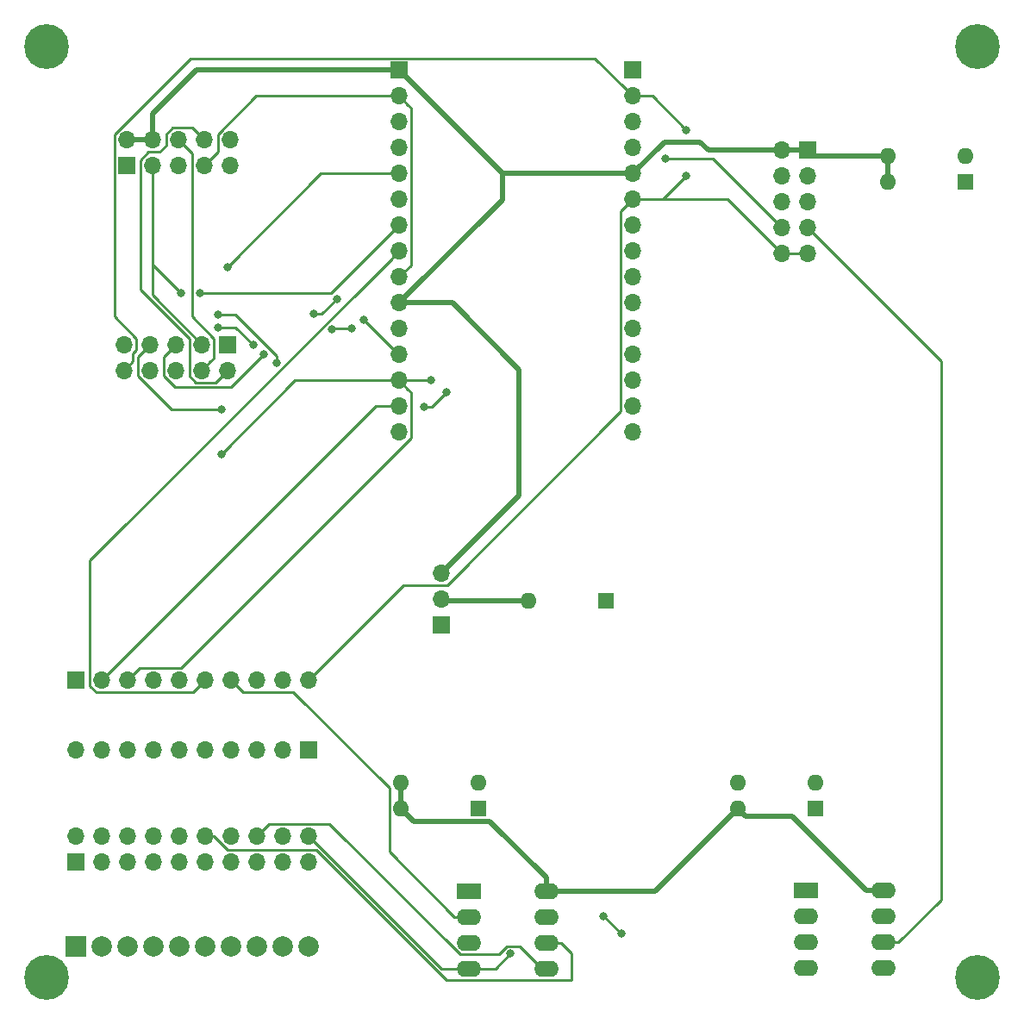
<source format=gbr>
G04 #@! TF.GenerationSoftware,KiCad,Pcbnew,(5.1.5)-3*
G04 #@! TF.CreationDate,2020-07-27T13:18:42+03:00*
G04 #@! TF.ProjectId,BurtleinaBoard,42757274-6c65-4696-9e61-426f6172642e,0.1*
G04 #@! TF.SameCoordinates,Original*
G04 #@! TF.FileFunction,Copper,L2,Bot*
G04 #@! TF.FilePolarity,Positive*
%FSLAX46Y46*%
G04 Gerber Fmt 4.6, Leading zero omitted, Abs format (unit mm)*
G04 Created by KiCad (PCBNEW (5.1.5)-3) date 2020-07-27 13:18:42*
%MOMM*%
%LPD*%
G04 APERTURE LIST*
%ADD10O,1.700000X1.700000*%
%ADD11R,1.700000X1.700000*%
%ADD12C,4.400000*%
%ADD13C,0.700000*%
%ADD14O,1.600000X1.600000*%
%ADD15R,1.600000X1.600000*%
%ADD16O,2.400000X1.600000*%
%ADD17R,2.400000X1.600000*%
%ADD18R,2.000000X2.000000*%
%ADD19C,2.000000*%
%ADD20C,0.800000*%
%ADD21C,0.250000*%
%ADD22C,0.500000*%
G04 APERTURE END LIST*
D10*
X104910000Y-65090000D03*
X104910000Y-62550000D03*
X107450000Y-65090000D03*
X107450000Y-62550000D03*
X109990000Y-65090000D03*
X109990000Y-62550000D03*
X112530000Y-65090000D03*
X112530000Y-62550000D03*
X115070000Y-65090000D03*
D11*
X115070000Y-62550000D03*
D10*
X115290000Y-42450000D03*
X115290000Y-44990000D03*
X112750000Y-42450000D03*
X112750000Y-44990000D03*
X110210000Y-42450000D03*
X110210000Y-44990000D03*
X107670000Y-42450000D03*
X107670000Y-44990000D03*
X105130000Y-42450000D03*
D11*
X105130000Y-44990000D03*
D12*
X97300000Y-124700000D03*
D13*
X97300000Y-123050000D03*
X98466726Y-123533274D03*
X98950000Y-124700000D03*
X98466726Y-125866726D03*
X97300000Y-126350000D03*
X96133274Y-125866726D03*
X95650000Y-124700000D03*
X96133274Y-123533274D03*
D12*
X188700000Y-124700000D03*
D13*
X187050000Y-124700000D03*
X187533274Y-123533274D03*
X188700000Y-123050000D03*
X189866726Y-123533274D03*
X190350000Y-124700000D03*
X189866726Y-125866726D03*
X188700000Y-126350000D03*
X187533274Y-125866726D03*
D12*
X188700000Y-33300000D03*
D13*
X188700000Y-34950000D03*
X187533274Y-34466726D03*
X187050000Y-33300000D03*
X187533274Y-32133274D03*
X188700000Y-31650000D03*
X189866726Y-32133274D03*
X190350000Y-33300000D03*
X189866726Y-34466726D03*
X98466726Y-32133274D03*
X97300000Y-31650000D03*
X96133274Y-32133274D03*
X95650000Y-33300000D03*
X96133274Y-34466726D03*
X97300000Y-34950000D03*
X98466726Y-34466726D03*
X98950000Y-33300000D03*
D12*
X97300000Y-33300000D03*
D14*
X144630000Y-87710000D03*
D15*
X152250000Y-87710000D03*
D14*
X132060000Y-108110000D03*
X139680000Y-105570000D03*
X132060000Y-105570000D03*
D15*
X139680000Y-108110000D03*
D14*
X165160000Y-108110000D03*
X172780000Y-105570000D03*
X165160000Y-105570000D03*
D15*
X172780000Y-108110000D03*
D14*
X179880000Y-46600000D03*
X187500000Y-44060000D03*
X179880000Y-44060000D03*
D15*
X187500000Y-46600000D03*
D11*
X136060000Y-90090000D03*
D10*
X136060000Y-87550000D03*
X136060000Y-85010000D03*
D11*
X172040000Y-43460000D03*
D10*
X169500000Y-43460000D03*
X172040000Y-46000000D03*
X169500000Y-46000000D03*
X172040000Y-48540000D03*
X169500000Y-48540000D03*
X172040000Y-51080000D03*
X169500000Y-51080000D03*
X172040000Y-53620000D03*
X169500000Y-53620000D03*
D16*
X179500000Y-116210000D03*
X171880000Y-123830000D03*
X179500000Y-118750000D03*
X171880000Y-121290000D03*
X179500000Y-121290000D03*
X171880000Y-118750000D03*
X179500000Y-123830000D03*
D17*
X171880000Y-116210000D03*
D10*
X100170000Y-102400000D03*
X102710000Y-102400000D03*
X105250000Y-102400000D03*
X107790000Y-102400000D03*
X110330000Y-102400000D03*
X112870000Y-102400000D03*
X115410000Y-102400000D03*
X117950000Y-102400000D03*
X120490000Y-102400000D03*
D11*
X123030000Y-102400000D03*
D10*
X123030000Y-110800000D03*
X123030000Y-113340000D03*
X120490000Y-110800000D03*
X120490000Y-113340000D03*
X117950000Y-110800000D03*
X117950000Y-113340000D03*
X115410000Y-110800000D03*
X115410000Y-113340000D03*
X112870000Y-110800000D03*
X112870000Y-113340000D03*
X110330000Y-110800000D03*
X110330000Y-113340000D03*
X107790000Y-110800000D03*
X107790000Y-113340000D03*
X105250000Y-110800000D03*
X105250000Y-113340000D03*
X102710000Y-110800000D03*
X102710000Y-113340000D03*
X100170000Y-110800000D03*
D11*
X100170000Y-113340000D03*
D10*
X123030000Y-95500000D03*
X120490000Y-95500000D03*
X117950000Y-95500000D03*
X115410000Y-95500000D03*
X112870000Y-95500000D03*
X110330000Y-95500000D03*
X107790000Y-95500000D03*
X105250000Y-95500000D03*
X102710000Y-95500000D03*
D11*
X100170000Y-95500000D03*
D16*
X146380000Y-116230000D03*
X138760000Y-123850000D03*
X146380000Y-118770000D03*
X138760000Y-121310000D03*
X146380000Y-121310000D03*
X138760000Y-118770000D03*
X146380000Y-123850000D03*
D17*
X138760000Y-116230000D03*
D10*
X154860000Y-71160000D03*
X154860000Y-68620000D03*
X154860000Y-66080000D03*
X154860000Y-63540000D03*
X154860000Y-61000000D03*
X154860000Y-58460000D03*
X154860000Y-55920000D03*
X154860000Y-53380000D03*
X154860000Y-50840000D03*
X154860000Y-48300000D03*
X154860000Y-45760000D03*
X154860000Y-43220000D03*
X154860000Y-40680000D03*
X154860000Y-38140000D03*
D11*
X154860000Y-35600000D03*
X131880000Y-35610000D03*
D10*
X131880000Y-38150000D03*
X131880000Y-40690000D03*
X131880000Y-43230000D03*
X131880000Y-45770000D03*
X131880000Y-48310000D03*
X131880000Y-50850000D03*
X131880000Y-53390000D03*
X131880000Y-55930000D03*
X131880000Y-58470000D03*
X131880000Y-61010000D03*
X131880000Y-63550000D03*
X131880000Y-66090000D03*
X131880000Y-68630000D03*
X131880000Y-71170000D03*
D18*
X100170000Y-121700000D03*
D19*
X102710000Y-121700000D03*
X105250000Y-121700000D03*
X107790000Y-121700000D03*
X110330000Y-121700000D03*
X112870000Y-121700000D03*
X115410000Y-121700000D03*
X117950000Y-121700000D03*
X120490000Y-121700000D03*
X123030000Y-121700000D03*
D20*
X142830000Y-122390000D03*
X153750000Y-120380000D03*
X152010000Y-118680000D03*
X160140000Y-41460000D03*
X160110000Y-45970000D03*
X114100000Y-59620000D03*
X119860000Y-64370000D03*
X136600000Y-67210000D03*
X134340000Y-68670000D03*
X135060000Y-66030000D03*
X114443601Y-73300000D03*
X114443601Y-68940000D03*
X114100000Y-60850000D03*
X117620000Y-62620000D03*
X123520000Y-59550000D03*
X125780000Y-58090000D03*
X128450000Y-60160000D03*
X127280000Y-61010000D03*
X125262347Y-61067653D03*
X118610000Y-63500000D03*
X112350000Y-57520000D03*
X110500000Y-57520000D03*
X158080000Y-44290000D03*
X115070000Y-54930000D03*
D21*
X113613599Y-44126401D02*
X112750000Y-44990000D01*
X114101399Y-43638601D02*
X113613599Y-44126401D01*
X114101399Y-41879471D02*
X114101399Y-43638601D01*
X117830870Y-38150000D02*
X114101399Y-41879471D01*
X131880000Y-38150000D02*
X117830870Y-38150000D01*
X164180000Y-48300000D02*
X169500000Y-53620000D01*
X154860000Y-48300000D02*
X164180000Y-48300000D01*
X170702081Y-53620000D02*
X172040000Y-53620000D01*
X169500000Y-53620000D02*
X170702081Y-53620000D01*
X141370000Y-123850000D02*
X138760000Y-123850000D01*
X142830000Y-122390000D02*
X141370000Y-123850000D01*
X153750000Y-120380000D02*
X153710000Y-120380000D01*
X153710000Y-120380000D02*
X152010000Y-118680000D01*
X136080000Y-123850000D02*
X123030000Y-110800000D01*
X138760000Y-123850000D02*
X136080000Y-123850000D01*
X154010001Y-37290001D02*
X154860000Y-38140000D01*
X111385871Y-34434999D02*
X151154999Y-34434999D01*
X151154999Y-34434999D02*
X154010001Y-37290001D01*
X103941399Y-59822269D02*
X103941399Y-41879471D01*
X106098601Y-61979471D02*
X103941399Y-59822269D01*
X103941399Y-41879471D02*
X111385871Y-34434999D01*
X106098601Y-63120529D02*
X106098601Y-61979471D01*
X105773599Y-63445531D02*
X106098601Y-63120529D01*
X105773599Y-64226401D02*
X105773599Y-63445531D01*
X104910000Y-65090000D02*
X105773599Y-64226401D01*
X154860000Y-38140000D02*
X156820000Y-38140000D01*
X156820000Y-38140000D02*
X160140000Y-41460000D01*
X157780000Y-48300000D02*
X154860000Y-48300000D01*
X160110000Y-45970000D02*
X157780000Y-48300000D01*
X154010001Y-49149999D02*
X154860000Y-48300000D01*
X153684999Y-69124003D02*
X153684999Y-49475001D01*
X153684999Y-49475001D02*
X154010001Y-49149999D01*
X136624001Y-86185001D02*
X153684999Y-69124003D01*
X132344999Y-86185001D02*
X136624001Y-86185001D01*
X123030000Y-95500000D02*
X132344999Y-86185001D01*
X132729999Y-38999999D02*
X131880000Y-38150000D01*
X133055001Y-39325001D02*
X132729999Y-38999999D01*
X133055001Y-54754999D02*
X133055001Y-39325001D01*
X131880000Y-55930000D02*
X133055001Y-54754999D01*
X119860000Y-63676998D02*
X119860000Y-64370000D01*
X114100000Y-59620000D02*
X115803002Y-59620000D01*
X115803002Y-59620000D02*
X119860000Y-63676998D01*
X180950000Y-121290000D02*
X185160000Y-117080000D01*
X179500000Y-121290000D02*
X180950000Y-121290000D01*
X185160000Y-64200000D02*
X172040000Y-51080000D01*
X185160000Y-117080000D02*
X185160000Y-64200000D01*
X129580000Y-68630000D02*
X131880000Y-68630000D01*
X102710000Y-95500000D02*
X129580000Y-68630000D01*
X136600000Y-67210000D02*
X135140000Y-68670000D01*
X135140000Y-68670000D02*
X134340000Y-68670000D01*
X132729999Y-66939999D02*
X131880000Y-66090000D01*
X133055001Y-67265001D02*
X132729999Y-66939999D01*
X110464003Y-94324999D02*
X133055001Y-71734001D01*
X106425001Y-94324999D02*
X110464003Y-94324999D01*
X133055001Y-71734001D02*
X133055001Y-67265001D01*
X105250000Y-95500000D02*
X106425001Y-94324999D01*
X131940000Y-66030000D02*
X131880000Y-66090000D01*
X135060000Y-66030000D02*
X131940000Y-66030000D01*
X131880000Y-66090000D02*
X121653601Y-66090000D01*
X121653601Y-66090000D02*
X114443601Y-73300000D01*
X106586401Y-63413599D02*
X107450000Y-62550000D01*
X106261399Y-63738601D02*
X106586401Y-63413599D01*
X109540870Y-68940000D02*
X106261399Y-65660529D01*
X106261399Y-65660529D02*
X106261399Y-63738601D01*
X114443601Y-68940000D02*
X109540870Y-68940000D01*
X114100000Y-60850000D02*
X115850000Y-60850000D01*
X115850000Y-60850000D02*
X117620000Y-62620000D01*
X123520000Y-59550000D02*
X124320000Y-59550000D01*
X124320000Y-59550000D02*
X125780000Y-58090000D01*
X131840000Y-63550000D02*
X131880000Y-63550000D01*
X128450000Y-60160000D02*
X131840000Y-63550000D01*
X127280000Y-61010000D02*
X125320000Y-61010000D01*
X125320000Y-61010000D02*
X125262347Y-61067653D01*
X109126401Y-63413599D02*
X109990000Y-62550000D01*
X108801399Y-65660529D02*
X108801399Y-63738601D01*
X108801399Y-63738601D02*
X109126401Y-63413599D01*
X109869481Y-66728611D02*
X108801399Y-65660529D01*
X115381389Y-66728611D02*
X109869481Y-66728611D01*
X118610000Y-63500000D02*
X115381389Y-66728611D01*
D22*
X170499999Y-108909999D02*
X177800000Y-116210000D01*
X165959999Y-108909999D02*
X170499999Y-108909999D01*
X177800000Y-116210000D02*
X179500000Y-116210000D01*
X165160000Y-108110000D02*
X165959999Y-108909999D01*
X146380000Y-114930000D02*
X146380000Y-116230000D01*
X140810001Y-109360001D02*
X146380000Y-114930000D01*
X133310001Y-109360001D02*
X140810001Y-109360001D01*
X132060000Y-108110000D02*
X133310001Y-109360001D01*
X132060000Y-105570000D02*
X132060000Y-108110000D01*
X105130000Y-42450000D02*
X107670000Y-42450000D01*
X107670000Y-41228686D02*
X107670000Y-42450000D01*
X107670000Y-39910000D02*
X107670000Y-41228686D01*
X111970000Y-35610000D02*
X107670000Y-39910000D01*
X131880000Y-35610000D02*
X111970000Y-35610000D01*
X154860000Y-45760000D02*
X157970000Y-42650000D01*
X157970000Y-42650000D02*
X161460000Y-42650000D01*
X162270000Y-43460000D02*
X169500000Y-43460000D01*
X161460000Y-42650000D02*
X162270000Y-43460000D01*
X172040000Y-43460000D02*
X169500000Y-43460000D01*
X172640000Y-44060000D02*
X172040000Y-43460000D01*
X179880000Y-44060000D02*
X172640000Y-44060000D01*
X179880000Y-44060000D02*
X179880000Y-46600000D01*
X142030000Y-45760000D02*
X131880000Y-35610000D01*
X154860000Y-45760000D02*
X142030000Y-45760000D01*
X142030000Y-48320000D02*
X142030000Y-45760000D01*
X131880000Y-58470000D02*
X142030000Y-48320000D01*
X157040000Y-116230000D02*
X146380000Y-116230000D01*
X165160000Y-108110000D02*
X157040000Y-116230000D01*
X136220000Y-87710000D02*
X136060000Y-87550000D01*
X144630000Y-87710000D02*
X136220000Y-87710000D01*
X131880000Y-58470000D02*
X137130000Y-58470000D01*
X137130000Y-58470000D02*
X143690000Y-65030000D01*
X143690000Y-77380000D02*
X136060000Y-85010000D01*
X143690000Y-65030000D02*
X143690000Y-77380000D01*
D21*
X131030001Y-54239999D02*
X131880000Y-53390000D01*
X101534999Y-83735001D02*
X131030001Y-54239999D01*
X101534999Y-96064001D02*
X101534999Y-83735001D01*
X102145999Y-96675001D02*
X101534999Y-96064001D01*
X111694999Y-96675001D02*
X102145999Y-96675001D01*
X112870000Y-95500000D02*
X111694999Y-96675001D01*
X113393599Y-64226401D02*
X112530000Y-65090000D01*
X113718601Y-63901399D02*
X113393599Y-64226401D01*
X113718601Y-61979471D02*
X113718601Y-63901399D01*
X111561399Y-59822269D02*
X113718601Y-61979471D01*
X111561399Y-43801399D02*
X111561399Y-59822269D01*
X110210000Y-42450000D02*
X111561399Y-43801399D01*
X136568600Y-124975010D02*
X148874990Y-124975010D01*
X123758589Y-112164999D02*
X136568600Y-124975010D01*
X115035997Y-112164999D02*
X123758589Y-112164999D01*
X112870000Y-110800000D02*
X113670998Y-110800000D01*
X113670998Y-110800000D02*
X115035997Y-112164999D01*
X147830000Y-121310000D02*
X146380000Y-121310000D01*
X148874990Y-122354990D02*
X147830000Y-121310000D01*
X148874990Y-124975010D02*
X148874990Y-122354990D01*
X137310000Y-118770000D02*
X138760000Y-118770000D01*
X130934999Y-106134999D02*
X130934999Y-112394999D01*
X130934999Y-112394999D02*
X137310000Y-118770000D01*
X121475001Y-96675001D02*
X130934999Y-106134999D01*
X116585001Y-96675001D02*
X121475001Y-96675001D01*
X115410000Y-95500000D02*
X116585001Y-96675001D01*
X107670000Y-57690000D02*
X112530000Y-62550000D01*
X131880000Y-50850000D02*
X125210000Y-57520000D01*
X125210000Y-57520000D02*
X112350000Y-57520000D01*
X107710000Y-54730000D02*
X107710000Y-54560000D01*
X110500000Y-57520000D02*
X107710000Y-54730000D01*
X107670000Y-44990000D02*
X107710000Y-54560000D01*
X107710000Y-54560000D02*
X107670000Y-57690000D01*
X109639471Y-41261399D02*
X111561399Y-41261399D01*
X109021399Y-41879471D02*
X109639471Y-41261399D01*
X109021399Y-43020529D02*
X109021399Y-41879471D01*
X108403327Y-43638601D02*
X109021399Y-43020529D01*
X107262269Y-43638601D02*
X108403327Y-43638601D01*
X111886401Y-41586401D02*
X112750000Y-42450000D01*
X106481399Y-44419471D02*
X107262269Y-43638601D01*
X106481399Y-57137809D02*
X106481399Y-44419471D01*
X111341399Y-61997809D02*
X106481399Y-57137809D01*
X111561399Y-41261399D02*
X111886401Y-41586401D01*
X111341399Y-65660529D02*
X111341399Y-61997809D01*
X111959471Y-66278601D02*
X111341399Y-65660529D01*
X113881399Y-66278601D02*
X111959471Y-66278601D01*
X115070000Y-65090000D02*
X113881399Y-66278601D01*
X145980000Y-123850000D02*
X146380000Y-123850000D01*
X143794999Y-121664999D02*
X145980000Y-123850000D01*
X142481999Y-121664999D02*
X143794999Y-121664999D01*
X141711988Y-122435010D02*
X142481999Y-121664999D01*
X137894006Y-122435010D02*
X141711988Y-122435010D01*
X125083995Y-109624999D02*
X137894006Y-122435010D01*
X119125001Y-109624999D02*
X125083995Y-109624999D01*
X117950000Y-110800000D02*
X119125001Y-109624999D01*
X169500000Y-51080000D02*
X162710000Y-44290000D01*
X162710000Y-44290000D02*
X158080000Y-44290000D01*
X131880000Y-45770000D02*
X124230000Y-45770000D01*
X124230000Y-45770000D02*
X115070000Y-54930000D01*
M02*

</source>
